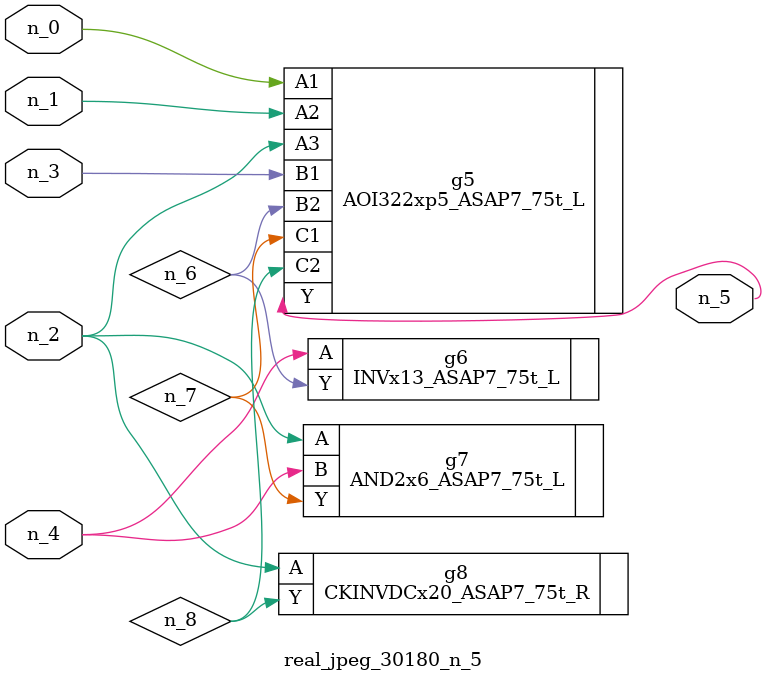
<source format=v>
module real_jpeg_30180_n_5 (n_4, n_0, n_1, n_2, n_3, n_5);

input n_4;
input n_0;
input n_1;
input n_2;
input n_3;

output n_5;

wire n_8;
wire n_6;
wire n_7;

AOI322xp5_ASAP7_75t_L g5 ( 
.A1(n_0),
.A2(n_1),
.A3(n_2),
.B1(n_3),
.B2(n_6),
.C1(n_7),
.C2(n_8),
.Y(n_5)
);

AND2x6_ASAP7_75t_L g7 ( 
.A(n_2),
.B(n_4),
.Y(n_7)
);

CKINVDCx20_ASAP7_75t_R g8 ( 
.A(n_2),
.Y(n_8)
);

INVx13_ASAP7_75t_L g6 ( 
.A(n_4),
.Y(n_6)
);


endmodule
</source>
